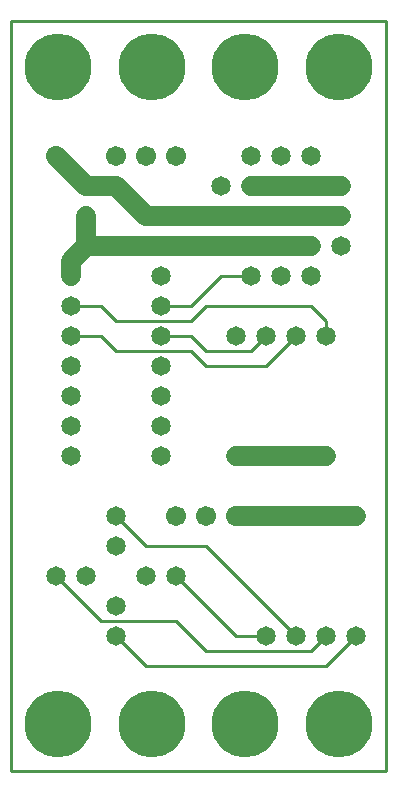
<source format=gbl>
%MOIN*%
%FSLAX25Y25*%
G04 D10 used for Character Trace; *
G04     Circle (OD=.01000) (No hole)*
G04 D11 used for Power Trace; *
G04     Circle (OD=.06700) (No hole)*
G04 D12 used for Signal Trace; *
G04     Circle (OD=.01100) (No hole)*
G04 D13 used for Via; *
G04     Circle (OD=.05800) (Round. Hole ID=.02800)*
G04 D14 used for Component hole; *
G04     Circle (OD=.06500) (Round. Hole ID=.03500)*
G04 D15 used for Component hole; *
G04     Circle (OD=.06700) (Round. Hole ID=.04300)*
G04 D16 used for Component hole; *
G04     Circle (OD=.08100) (Round. Hole ID=.05100)*
G04 D17 used for Component hole; *
G04     Circle (OD=.08900) (Round. Hole ID=.05900)*
G04 D18 used for Component hole; *
G04     Circle (OD=.11300) (Round. Hole ID=.08300)*
G04 D19 used for Component hole; *
G04     Circle (OD=.16000) (Round. Hole ID=.13000)*
G04 D20 used for Component hole; *
G04     Circle (OD=.18300) (Round. Hole ID=.15300)*
G04 D21 used for Component hole; *
G04     Circle (OD=.22291) (Round. Hole ID=.19291)*
%ADD10C,.01000*%
%ADD11C,.06700*%
%ADD12C,.01100*%
%ADD13C,.05800*%
%ADD14C,.06500*%
%ADD15C,.06700*%
%ADD16C,.08100*%
%ADD17C,.08900*%
%ADD18C,.11300*%
%ADD19C,.16000*%
%ADD20C,.18300*%
%ADD21C,.22291*%
%IPPOS*%
%LPD*%
G90*X0Y0D02*D21*X15625Y15625D03*D14*              
X35000Y45000D03*D12*X45000Y35000D01*X105000D01*   
X115000Y45000D01*D14*D03*X105000D03*D12*          
X100000Y40000D01*X65000D01*X55000Y50000D01*       
X30000D01*X15000Y65000D01*D14*D03*X25000D03*      
X35000Y85000D03*D12*X45000Y75000D01*X65000D01*    
X95000Y45000D01*D14*D03*X85000D03*D12*X75000D01*  
X55000Y65000D01*D14*D03*X45000D03*D15*            
X75000Y85000D03*D11*X85000D01*D14*D03*D11*        
X95000D01*D14*D03*D11*X105000D01*D14*D03*D11*     
X115000D01*D14*D03*X95000Y105000D03*D11*X85000D01*
D14*D03*D11*X75000D01*D14*D03*D15*X55000Y85000D03*
X65000D03*D11*X95000Y105000D02*X105000D01*D14*D03*
D12*X65000Y135000D02*X85000D01*X65000D02*         
X60000Y140000D01*X35000D01*X30000Y145000D01*      
X20000D01*D14*D03*D12*X35000Y150000D02*           
X30000Y155000D01*X35000Y150000D02*X60000D01*      
X65000Y155000D01*X100000D01*X105000Y150000D01*    
Y145000D01*D14*D03*X95000D03*D12*X85000Y135000D01*
X65000Y140000D02*X80000D01*X65000D02*             
X60000Y145000D01*X50000D01*D14*D03*D12*Y155000D02*
X60000D01*D14*X50000D03*D12*X60000D02*            
X70000Y165000D01*X80000D01*D14*D03*               
X70000Y175000D03*D11*X25000D01*X20000Y170000D01*  
Y165000D01*D14*D03*D12*Y155000D02*X30000D01*D14*  
X20000D03*D11*X25000Y175000D02*Y185000D01*D14*D03*
D11*X45000D02*X35000Y195000D01*D14*               
X45000Y185000D03*D11*X70000D01*D14*D03*D11*       
X90000D01*D13*D03*D11*X110000D01*D14*D03*D13*     
X100000Y195000D03*D11*X80000D01*D13*D03*D14*      
X90000Y205000D03*X80000D03*X70000Y195000D03*D13*  
X100000Y175000D03*D11*X80000D01*D13*D03*D11*      
X70000D01*D14*X90000Y165000D03*X50000D03*         
X100000Y205000D03*Y165000D03*X75000Y145000D03*D15*
X55000Y205000D03*D14*X85000Y145000D03*D12*        
X80000Y140000D01*D14*X50000Y135000D03*Y125000D03* 
Y115000D03*X110000Y175000D03*X50000Y105000D03*D11*
X25000Y195000D02*X35000D01*D15*X45000Y205000D03*  
X35000D03*D11*X25000Y195000D02*X15000Y205000D01*  
D15*D03*D21*X46875Y234375D03*X15625D03*D12*       
X0Y0D02*Y250000D01*Y0D02*X125000D01*Y250000D01*   
X0D01*D21*X78125Y234375D03*D11*X100000Y195000D02* 
X110000D01*D14*D03*D21*X109375Y234375D03*D14*     
X20000Y105000D03*Y135000D03*Y125000D03*Y115000D03*
X35000Y75000D03*Y55000D03*D21*X46875Y15625D03*    
X78125D03*X109375D03*M02*                         

</source>
